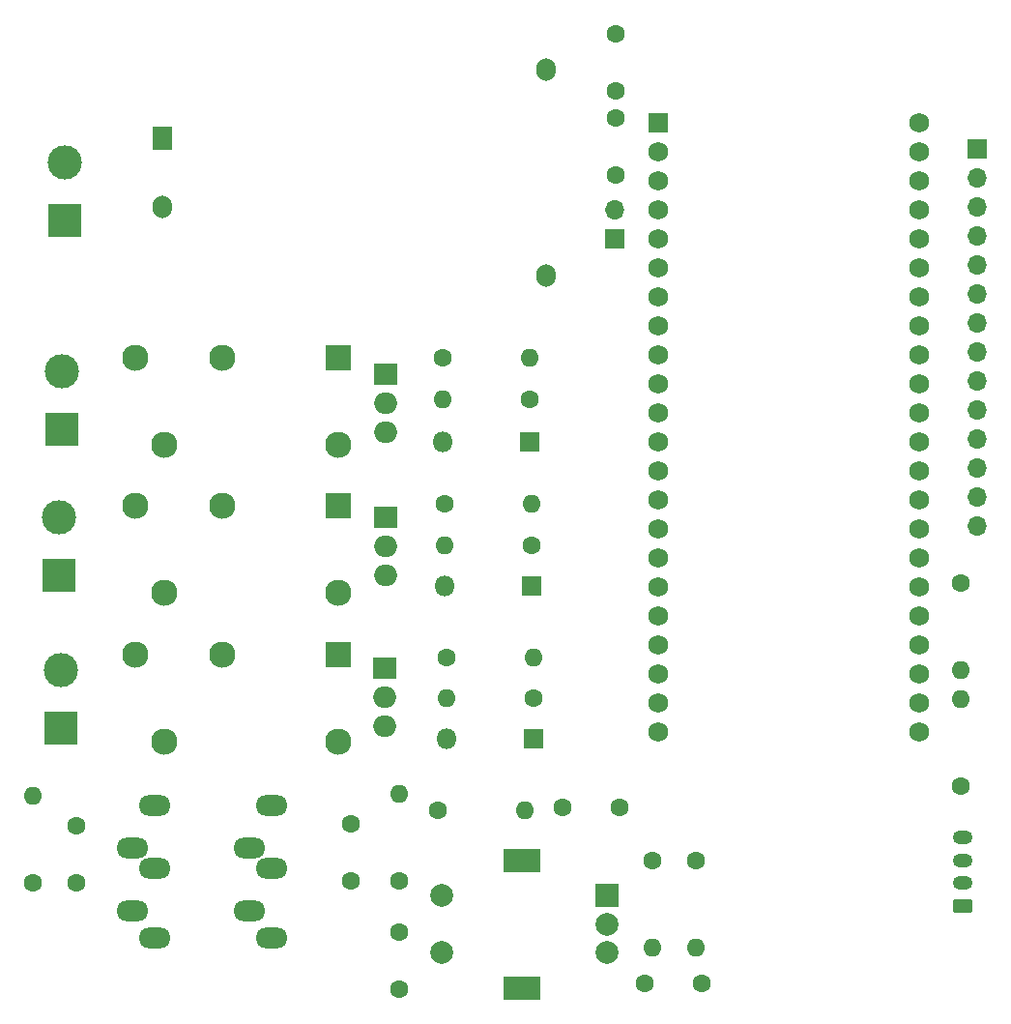
<source format=gbr>
%TF.GenerationSoftware,KiCad,Pcbnew,9.0.0*%
%TF.CreationDate,2025-07-02T18:07:02-06:00*%
%TF.ProjectId,CyberSmoker_PCB_v2,43796265-7253-46d6-9f6b-65725f504342,rev?*%
%TF.SameCoordinates,Original*%
%TF.FileFunction,Soldermask,Top*%
%TF.FilePolarity,Negative*%
%FSLAX46Y46*%
G04 Gerber Fmt 4.6, Leading zero omitted, Abs format (unit mm)*
G04 Created by KiCad (PCBNEW 9.0.0) date 2025-07-02 18:07:02*
%MOMM*%
%LPD*%
G01*
G04 APERTURE LIST*
G04 Aperture macros list*
%AMRoundRect*
0 Rectangle with rounded corners*
0 $1 Rounding radius*
0 $2 $3 $4 $5 $6 $7 $8 $9 X,Y pos of 4 corners*
0 Add a 4 corners polygon primitive as box body*
4,1,4,$2,$3,$4,$5,$6,$7,$8,$9,$2,$3,0*
0 Add four circle primitives for the rounded corners*
1,1,$1+$1,$2,$3*
1,1,$1+$1,$4,$5*
1,1,$1+$1,$6,$7*
1,1,$1+$1,$8,$9*
0 Add four rect primitives between the rounded corners*
20,1,$1+$1,$2,$3,$4,$5,0*
20,1,$1+$1,$4,$5,$6,$7,0*
20,1,$1+$1,$6,$7,$8,$9,0*
20,1,$1+$1,$8,$9,$2,$3,0*%
G04 Aperture macros list end*
%ADD10C,1.600000*%
%ADD11R,2.000000X2.000000*%
%ADD12C,2.000000*%
%ADD13R,3.200000X2.000000*%
%ADD14O,1.700000X1.700000*%
%ADD15R,1.700000X1.700000*%
%ADD16C,1.734000*%
%ADD17RoundRect,0.102000X-0.765000X-0.765000X0.765000X-0.765000X0.765000X0.765000X-0.765000X0.765000X0*%
%ADD18O,1.600000X1.600000*%
%ADD19R,1.800000X1.800000*%
%ADD20O,1.800000X1.800000*%
%ADD21R,3.000000X3.000000*%
%ADD22C,3.000000*%
%ADD23R,2.300000X2.300000*%
%ADD24C,2.300000*%
%ADD25R,2.000000X1.905000*%
%ADD26O,2.000000X1.905000*%
%ADD27O,2.800000X1.800000*%
%ADD28R,1.700000X2.000000*%
%ADD29O,1.700000X2.000000*%
%ADD30O,1.750000X1.200000*%
%ADD31RoundRect,0.250000X0.625000X-0.350000X0.625000X0.350000X-0.625000X0.350000X-0.625000X-0.350000X0*%
G04 APERTURE END LIST*
D10*
%TO.C,C1*%
X108810000Y-63630000D03*
X108810000Y-68630000D03*
X108780000Y-71010000D03*
%TD*%
%TO.C,C2*%
X108780000Y-76010000D03*
X108780000Y-71010000D03*
%TD*%
D11*
%TO.C,SW1*%
X108050000Y-139100000D03*
D12*
X108050000Y-144100000D03*
X108050000Y-141600000D03*
D13*
X100550000Y-147200000D03*
X100550000Y-136000000D03*
D12*
X93550000Y-144100000D03*
X93550000Y-139100000D03*
%TD*%
D14*
%TO.C,J6*%
X108700000Y-79045000D03*
D15*
X108700000Y-81585000D03*
%TD*%
D14*
%TO.C,U2*%
X140445000Y-106715000D03*
X140445000Y-104175000D03*
X140445000Y-101635000D03*
X140445000Y-99095000D03*
X140445000Y-96555000D03*
X140445000Y-94015000D03*
X140445000Y-91475000D03*
X140445000Y-88935000D03*
X140445000Y-86395000D03*
X140445000Y-83855000D03*
X140445000Y-81315000D03*
X140445000Y-78775000D03*
X140445000Y-76235000D03*
D15*
X140445000Y-73695000D03*
%TD*%
D16*
%TO.C,U1*%
X112500000Y-122220000D03*
X135360000Y-124760000D03*
X135360000Y-122220000D03*
X135360000Y-119680000D03*
X135360000Y-117140000D03*
X135360000Y-114600000D03*
X135360000Y-112060000D03*
X135360000Y-109520000D03*
X135360000Y-106980000D03*
X135360000Y-104440000D03*
X135360000Y-101900000D03*
X135360000Y-99360000D03*
X135360000Y-96820000D03*
X135360000Y-94280000D03*
X135360000Y-91740000D03*
X135360000Y-89200000D03*
X135360000Y-86660000D03*
X135360000Y-84120000D03*
X135360000Y-81580000D03*
X135360000Y-79040000D03*
X135360000Y-76500000D03*
X135360000Y-73960000D03*
X135360000Y-71420000D03*
X112500000Y-124760000D03*
X112500000Y-119680000D03*
X112500000Y-117140000D03*
X112500000Y-114600000D03*
X112500000Y-112060000D03*
X112500000Y-109520000D03*
X112500000Y-106980000D03*
X112500000Y-104440000D03*
X112500000Y-101900000D03*
X112500000Y-99360000D03*
X112500000Y-96820000D03*
X112500000Y-94280000D03*
X112500000Y-91740000D03*
X112500000Y-89200000D03*
X112500000Y-86660000D03*
X112500000Y-84120000D03*
X112500000Y-81580000D03*
X112500000Y-79040000D03*
X112500000Y-76500000D03*
X112500000Y-73960000D03*
D17*
X112500000Y-71420000D03*
%TD*%
D18*
%TO.C,R8*%
X139000000Y-121880000D03*
D10*
X139000000Y-129500000D03*
%TD*%
D18*
%TO.C,R5*%
X139000000Y-119310000D03*
D10*
X139000000Y-111690000D03*
%TD*%
%TO.C,C3*%
X109100000Y-131400000D03*
X104100000Y-131400000D03*
%TD*%
D19*
%TO.C,D1*%
X101210000Y-99400000D03*
D20*
X93590000Y-99400000D03*
%TD*%
D21*
%TO.C,J1*%
X60500000Y-80000000D03*
D22*
X60500000Y-74920000D03*
%TD*%
D23*
%TO.C,K1*%
X84500000Y-92000000D03*
D24*
X74340000Y-92000000D03*
X66720000Y-92000000D03*
X69260000Y-99620000D03*
X84500000Y-99620000D03*
%TD*%
D21*
%TO.C,J3*%
X60000000Y-111040000D03*
D22*
X60000000Y-105960000D03*
%TD*%
D25*
%TO.C,Q2*%
X88600000Y-106000000D03*
D26*
X88600000Y-108540000D03*
X88600000Y-111080000D03*
%TD*%
D23*
%TO.C,K2*%
X84500000Y-104950000D03*
D24*
X74340000Y-104950000D03*
X66720000Y-104950000D03*
X69260000Y-112570000D03*
X84500000Y-112570000D03*
%TD*%
D27*
%TO.C,AUX1*%
X66400000Y-134900000D03*
X68400000Y-136700000D03*
X68400000Y-142800000D03*
X66400000Y-140400000D03*
X68400000Y-131200000D03*
%TD*%
D10*
%TO.C,R13*%
X89800000Y-137810000D03*
D18*
X89800000Y-130190000D03*
%TD*%
D21*
%TO.C,J4*%
X60200000Y-124400000D03*
D22*
X60200000Y-119320000D03*
%TD*%
D10*
%TO.C,R3*%
X93790000Y-104800000D03*
D18*
X101410000Y-104800000D03*
%TD*%
D25*
%TO.C,Q1*%
X88600000Y-93420000D03*
D26*
X88600000Y-95960000D03*
X88600000Y-98500000D03*
%TD*%
D10*
%TO.C,R10*%
X112000000Y-135990000D03*
D18*
X112000000Y-143610000D03*
%TD*%
D10*
%TO.C,R4*%
X101410000Y-108400000D03*
D18*
X93790000Y-108400000D03*
%TD*%
D10*
%TO.C,C4*%
X61500000Y-138000000D03*
X61500000Y-133000000D03*
%TD*%
D25*
%TO.C,Q3*%
X88555000Y-119200000D03*
D26*
X88555000Y-121740000D03*
X88555000Y-124280000D03*
%TD*%
D10*
%TO.C,R9*%
X93190000Y-131600000D03*
D18*
X100810000Y-131600000D03*
%TD*%
D27*
%TO.C,AUX2*%
X76650000Y-134900000D03*
X78650000Y-136700000D03*
X78650000Y-142800000D03*
X76650000Y-140400000D03*
X78650000Y-131200000D03*
%TD*%
D21*
%TO.C,J2*%
X60250000Y-98250000D03*
D22*
X60250000Y-93170000D03*
%TD*%
D10*
%TO.C,C7*%
X111300000Y-146750000D03*
X116300000Y-146750000D03*
%TD*%
%TO.C,C6*%
X89800000Y-147300000D03*
X89800000Y-142300000D03*
%TD*%
%TO.C,R1*%
X93590000Y-92000000D03*
D18*
X101210000Y-92000000D03*
%TD*%
D19*
%TO.C,D3*%
X101610000Y-125400000D03*
D20*
X93990000Y-125400000D03*
%TD*%
D23*
%TO.C,K3*%
X84500000Y-117950000D03*
D24*
X74340000Y-117950000D03*
X66720000Y-117950000D03*
X69260000Y-125570000D03*
X84500000Y-125570000D03*
%TD*%
D10*
%TO.C,R11*%
X115800000Y-135990000D03*
D18*
X115800000Y-143610000D03*
%TD*%
D28*
%TO.C,PS1*%
X69037500Y-72787500D03*
D29*
X69037500Y-78787500D03*
X102637500Y-66787500D03*
X102637500Y-84787500D03*
%TD*%
D10*
%TO.C,R2*%
X101210000Y-95600000D03*
D18*
X93590000Y-95600000D03*
%TD*%
D10*
%TO.C,C5*%
X85600000Y-137800000D03*
X85600000Y-132800000D03*
%TD*%
D30*
%TO.C,J5*%
X139200000Y-134000000D03*
D31*
X139200000Y-140000000D03*
D30*
X139200000Y-138000000D03*
X139200000Y-136000000D03*
%TD*%
D19*
%TO.C,D2*%
X101410000Y-112000000D03*
D20*
X93790000Y-112000000D03*
%TD*%
D10*
%TO.C,R12*%
X57750000Y-138010000D03*
D18*
X57750000Y-130390000D03*
%TD*%
D10*
%TO.C,R6*%
X93940000Y-118250000D03*
D18*
X101560000Y-118250000D03*
%TD*%
D10*
%TO.C,R7*%
X101600000Y-121800000D03*
D18*
X93980000Y-121800000D03*
%TD*%
M02*

</source>
